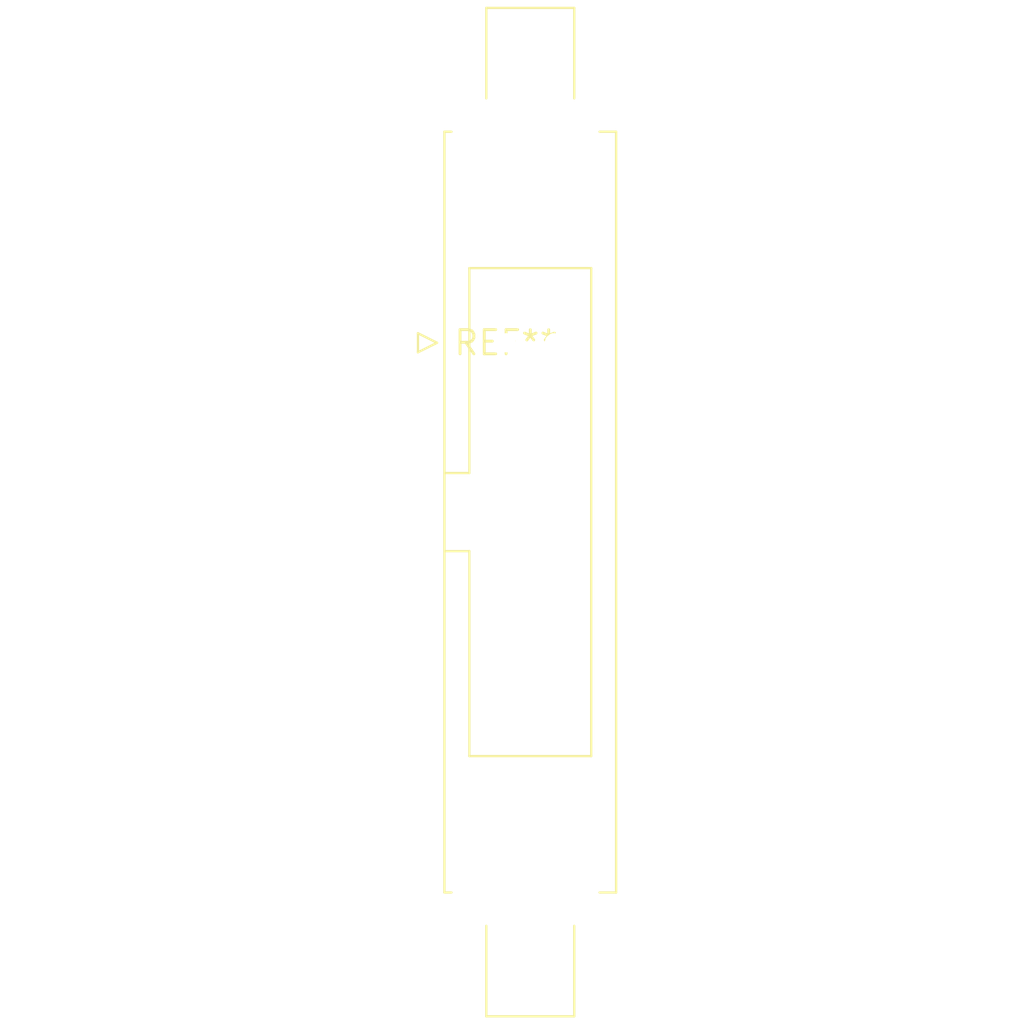
<source format=kicad_pcb>
(kicad_pcb (version 20240108) (generator pcbnew)
  (layers (0 "F.Cu" signal) (31 "B.Cu" signal) (34 "B.Paste" user) (35 "F.Paste" user) (36 "B.SilkS" user "B.Silkscreen") (37 "F.SilkS" user "F.Silkscreen") (38 "B.Mask" user) (39 "F.Mask" user) (44 "Edge.Cuts" user))
  (net 0 "")
  (footprint "IDC-Header_2x08-1MP_P2.54mm_Latch6.5mm_Vertical" (layer "F.Cu") (at 0 0)
    (property "Reference" "REF**")
    (property "Value" "IDC-Header_2x08-1MP_P2.54mm_Latch6.5mm_Vertical")
    (fp_line (start -4.63 -0.5) (end -4.63 0.5) (layer "F.SilkS") (stroke (width 0.12)))
    (fp_line (start -4.63 0.5) (end -3.63 0) (layer "F.SilkS") (stroke (width 0.12)))
    (fp_line (start -3.63 0) (end -4.63 -0.5) (layer "F.SilkS") (stroke (width 0.12)))
    (fp_line (start -3.24 -11.08) (end -3.24 28.86) (layer "F.SilkS") (stroke (width 0.12)))
    (fp_line (start -3.24 6.84) (end -1.93 6.84) (layer "F.SilkS") (stroke (width 0.12)))
    (fp_line (start -3.24 28.86) (end -2.87 28.86) (layer "F.SilkS") (stroke (width 0.12)))
    (fp_line (start -2.87 -11.08) (end -3.24 -11.08) (layer "F.SilkS") (stroke (width 0.12)))
    (fp_line (start -1.93 -3.92) (end 4.47 -3.92) (layer "F.SilkS") (stroke (width 0.12)))
    (fp_line (start -1.93 6.84) (end -1.93 -3.92) (layer "F.SilkS") (stroke (width 0.12)))
    (fp_line (start -1.93 10.94) (end -3.24 10.94) (layer "F.SilkS") (stroke (width 0.12)))
    (fp_line (start -1.93 10.94) (end -1.93 10.94) (layer "F.SilkS") (stroke (width 0.12)))
    (fp_line (start -1.93 21.7) (end -1.93 10.94) (layer "F.SilkS") (stroke (width 0.12)))
    (fp_line (start -1.04 -17.58) (end 3.58 -17.58) (layer "F.SilkS") (stroke (width 0.12)))
    (fp_line (start -1.04 -12.83) (end -1.04 -17.58) (layer "F.SilkS") (stroke (width 0.12)))
    (fp_line (start -1.04 30.61) (end -1.04 35.36) (layer "F.SilkS") (stroke (width 0.12)))
    (fp_line (start -1.04 35.36) (end 3.58 35.36) (layer "F.SilkS") (stroke (width 0.12)))
    (fp_line (start 3.58 -17.58) (end 3.58 -12.83) (layer "F.SilkS") (stroke (width 0.12)))
    (fp_line (start 3.58 35.36) (end 3.58 30.61) (layer "F.SilkS") (stroke (width 0.12)))
    (fp_line (start 4.47 -3.92) (end 4.47 21.7) (layer "F.SilkS") (stroke (width 0.12)))
    (fp_line (start 4.47 21.7) (end -1.93 21.7) (layer "F.SilkS") (stroke (width 0.12)))
    (fp_line (start 4.91 -11.08) (end 5.78 -11.08) (layer "F.SilkS") (stroke (width 0.12)))
    (fp_line (start 5.78 -11.08) (end 5.78 28.86) (layer "F.SilkS") (stroke (width 0.12)))
    (fp_line (start 5.78 28.86) (end 4.91 28.86) (layer "F.SilkS") (stroke (width 0.12)))
    (pad "1" thru_hole roundrect (at 0 0) (size 1.7 1.7) (drill 1) (layers *.Cu *.Mask) (remove_unused_layers) (roundrect_rratio 0.147059))
    (pad "2" thru_hole circle (at 2.54 0) (size 1.7 1.7) (drill 1) (layers *.Cu *.Mask) (remove_unused_layers))
    (pad "3" thru_hole circle (at 0 2.54) (size 1.7 1.7) (drill 1) (layers *.Cu *.Mask) (remove_unused_layers))
    (pad "4" thru_hole circle (at 2.54 2.54) (size 1.7 1.7) (drill 1) (layers *.Cu *.Mask) (remove_unused_layers))
    (pad "5" thru_hole circle (at 0 5.08) (size 1.7 1.7) (drill 1) (layers *.Cu *.Mask) (remove_unused_layers))
    (pad "6" thru_hole circle (at 2.54 5.08) (size 1.7 1.7) (drill 1) (layers *.Cu *.Mask) (remove_unused_layers))
    (pad "7" thru_hole circle (at 0 7.62) (size 1.7 1.7) (drill 1) (layers *.Cu *.Mask) (remove_unused_layers))
    (pad "8" thru_hole circle (at 2.54 7.62) (size 1.7 1.7) (drill 1) (layers *.Cu *.Mask) (remove_unused_layers))
    (pad "9" thru_hole circle (at 0 10.16) (size 1.7 1.7) (drill 1) (layers *.Cu *.Mask) (remove_unused_layers))
    (pad "10" thru_hole circle (at 2.54 10.16) (size 1.7 1.7) (drill 1) (layers *.Cu *.Mask) (remove_unused_layers))
    (pad "11" thru_hole circle (at 0 12.7) (size 1.7 1.7) (drill 1) (layers *.Cu *.Mask) (remove_unused_layers))
    (pad "12" thru_hole circle (at 2.54 12.7) (size 1.7 1.7) (drill 1) (layers *.Cu *.Mask) (remove_unused_layers))
    (pad "13" thru_hole circle (at 0 15.24) (size 1.7 1.7) (drill 1) (layers *.Cu *.Mask) (remove_unused_layers))
    (pad "14" thru_hole circle (at 2.54 15.24) (size 1.7 1.7) (drill 1) (layers *.Cu *.Mask) (remove_unused_layers))
    (pad "15" thru_hole circle (at 0 17.78) (size 1.7 1.7) (drill 1) (layers *.Cu *.Mask) (remove_unused_layers))
    (pad "16" thru_hole circle (at 2.54 17.78) (size 1.7 1.7) (drill 1) (layers *.Cu *.Mask) (remove_unused_layers))
    (pad "MP" thru_hole circle (at 1.02 -8.94) (size 8 8) (drill 2.69) (layers *.Cu *.Mask) (remove_unused_layers))
    (pad "MP" thru_hole circle (at 1.02 26.72) (size 8 8) (drill 2.69) (layers *.Cu *.Mask) (remove_unused_layers))
  )
)
</source>
